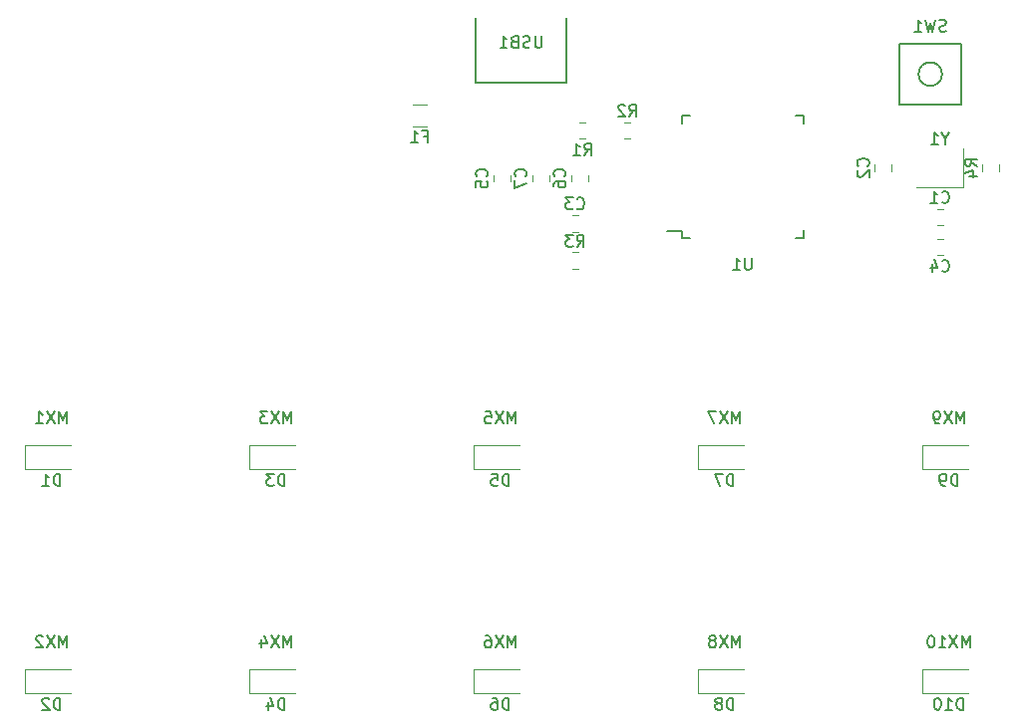
<source format=gbr>
G04 #@! TF.GenerationSoftware,KiCad,Pcbnew,(5.1.5)-3*
G04 #@! TF.CreationDate,2020-04-08T16:54:26+08:00*
G04 #@! TF.ProjectId,KaChi-Juu Macropad,4b614368-692d-44a7-9575-204d6163726f,rev?*
G04 #@! TF.SameCoordinates,Original*
G04 #@! TF.FileFunction,Legend,Bot*
G04 #@! TF.FilePolarity,Positive*
%FSLAX46Y46*%
G04 Gerber Fmt 4.6, Leading zero omitted, Abs format (unit mm)*
G04 Created by KiCad (PCBNEW (5.1.5)-3) date 2020-04-08 16:54:26*
%MOMM*%
%LPD*%
G04 APERTURE LIST*
%ADD10C,0.120000*%
%ADD11C,0.150000*%
G04 APERTURE END LIST*
D10*
X150431250Y-32606250D02*
X146431250Y-32606250D01*
X150431250Y-29306250D02*
X150431250Y-32606250D01*
D11*
X109053000Y-18288000D02*
X109053000Y-23738000D01*
X116753000Y-18288000D02*
X116753000Y-23738000D01*
X109053000Y-23738000D02*
X116753000Y-23738000D01*
X126524000Y-36350000D02*
X125249000Y-36350000D01*
X136874000Y-36925000D02*
X136199000Y-36925000D01*
X136874000Y-26575000D02*
X136199000Y-26575000D01*
X126524000Y-26575000D02*
X127199000Y-26575000D01*
X126524000Y-36925000D02*
X127199000Y-36925000D01*
X126524000Y-26575000D02*
X126524000Y-27250000D01*
X136874000Y-26575000D02*
X136874000Y-27250000D01*
X136874000Y-36925000D02*
X136874000Y-36250000D01*
X126524000Y-36925000D02*
X126524000Y-36350000D01*
X145037500Y-25618750D02*
X150237500Y-25618750D01*
X150237500Y-25618750D02*
X150237500Y-20418750D01*
X150237500Y-20418750D02*
X145037500Y-20418750D01*
X145037500Y-20418750D02*
X145037500Y-25618750D01*
X148637500Y-23018750D02*
G75*
G03X148637500Y-23018750I-1000000J0D01*
G01*
D10*
X153491000Y-30729422D02*
X153491000Y-31246578D01*
X152071000Y-30729422D02*
X152071000Y-31246578D01*
X117733578Y-39603750D02*
X117216422Y-39603750D01*
X117733578Y-38183750D02*
X117216422Y-38183750D01*
X122178578Y-28523000D02*
X121661422Y-28523000D01*
X122178578Y-27103000D02*
X121661422Y-27103000D01*
X117851422Y-27103000D02*
X118368578Y-27103000D01*
X117851422Y-28523000D02*
X118368578Y-28523000D01*
X103664936Y-25633000D02*
X104869064Y-25633000D01*
X103664936Y-27453000D02*
X104869064Y-27453000D01*
X146975000Y-75612500D02*
X150875000Y-75612500D01*
X146975000Y-73612500D02*
X150875000Y-73612500D01*
X146975000Y-75612500D02*
X146975000Y-73612500D01*
X146975000Y-56562500D02*
X150875000Y-56562500D01*
X146975000Y-54562500D02*
X150875000Y-54562500D01*
X146975000Y-56562500D02*
X146975000Y-54562500D01*
X127925000Y-75612500D02*
X131825000Y-75612500D01*
X127925000Y-73612500D02*
X131825000Y-73612500D01*
X127925000Y-75612500D02*
X127925000Y-73612500D01*
X127925000Y-56562500D02*
X131825000Y-56562500D01*
X127925000Y-54562500D02*
X131825000Y-54562500D01*
X127925000Y-56562500D02*
X127925000Y-54562500D01*
X108875000Y-75612500D02*
X112775000Y-75612500D01*
X108875000Y-73612500D02*
X112775000Y-73612500D01*
X108875000Y-75612500D02*
X108875000Y-73612500D01*
X108875000Y-56562500D02*
X112775000Y-56562500D01*
X108875000Y-54562500D02*
X112775000Y-54562500D01*
X108875000Y-56562500D02*
X108875000Y-54562500D01*
X89825000Y-75612500D02*
X93725000Y-75612500D01*
X89825000Y-73612500D02*
X93725000Y-73612500D01*
X89825000Y-75612500D02*
X89825000Y-73612500D01*
X89825000Y-56562500D02*
X93725000Y-56562500D01*
X89825000Y-54562500D02*
X93725000Y-54562500D01*
X89825000Y-56562500D02*
X89825000Y-54562500D01*
X70775000Y-75612500D02*
X74675000Y-75612500D01*
X70775000Y-73612500D02*
X74675000Y-73612500D01*
X70775000Y-75612500D02*
X70775000Y-73612500D01*
X70775000Y-56562500D02*
X74675000Y-56562500D01*
X70775000Y-54562500D02*
X74675000Y-54562500D01*
X70775000Y-56562500D02*
X70775000Y-54562500D01*
X115264000Y-31618422D02*
X115264000Y-32135578D01*
X113844000Y-31618422D02*
X113844000Y-32135578D01*
X118566000Y-31618422D02*
X118566000Y-32135578D01*
X117146000Y-31618422D02*
X117146000Y-32135578D01*
X111962000Y-31618422D02*
X111962000Y-32135578D01*
X110542000Y-31618422D02*
X110542000Y-32135578D01*
X148204422Y-37009000D02*
X148721578Y-37009000D01*
X148204422Y-38429000D02*
X148721578Y-38429000D01*
X117733578Y-36428750D02*
X117216422Y-36428750D01*
X117733578Y-35008750D02*
X117216422Y-35008750D01*
X144347000Y-30729422D02*
X144347000Y-31246578D01*
X142927000Y-30729422D02*
X142927000Y-31246578D01*
X148721578Y-35889000D02*
X148204422Y-35889000D01*
X148721578Y-34469000D02*
X148204422Y-34469000D01*
D11*
X148907440Y-28482440D02*
X148907440Y-28958630D01*
X149240773Y-27958630D02*
X148907440Y-28482440D01*
X148574107Y-27958630D01*
X147716964Y-28958630D02*
X148288392Y-28958630D01*
X148002678Y-28958630D02*
X148002678Y-27958630D01*
X148097916Y-28101488D01*
X148193154Y-28196726D01*
X148288392Y-28244345D01*
X114641095Y-19772380D02*
X114641095Y-20581904D01*
X114593476Y-20677142D01*
X114545857Y-20724761D01*
X114450619Y-20772380D01*
X114260142Y-20772380D01*
X114164904Y-20724761D01*
X114117285Y-20677142D01*
X114069666Y-20581904D01*
X114069666Y-19772380D01*
X113641095Y-20724761D02*
X113498238Y-20772380D01*
X113260142Y-20772380D01*
X113164904Y-20724761D01*
X113117285Y-20677142D01*
X113069666Y-20581904D01*
X113069666Y-20486666D01*
X113117285Y-20391428D01*
X113164904Y-20343809D01*
X113260142Y-20296190D01*
X113450619Y-20248571D01*
X113545857Y-20200952D01*
X113593476Y-20153333D01*
X113641095Y-20058095D01*
X113641095Y-19962857D01*
X113593476Y-19867619D01*
X113545857Y-19820000D01*
X113450619Y-19772380D01*
X113212523Y-19772380D01*
X113069666Y-19820000D01*
X112307761Y-20248571D02*
X112164904Y-20296190D01*
X112117285Y-20343809D01*
X112069666Y-20439047D01*
X112069666Y-20581904D01*
X112117285Y-20677142D01*
X112164904Y-20724761D01*
X112260142Y-20772380D01*
X112641095Y-20772380D01*
X112641095Y-19772380D01*
X112307761Y-19772380D01*
X112212523Y-19820000D01*
X112164904Y-19867619D01*
X112117285Y-19962857D01*
X112117285Y-20058095D01*
X112164904Y-20153333D01*
X112212523Y-20200952D01*
X112307761Y-20248571D01*
X112641095Y-20248571D01*
X111117285Y-20772380D02*
X111688714Y-20772380D01*
X111403000Y-20772380D02*
X111403000Y-19772380D01*
X111498238Y-19915238D01*
X111593476Y-20010476D01*
X111688714Y-20058095D01*
X132460904Y-38652380D02*
X132460904Y-39461904D01*
X132413285Y-39557142D01*
X132365666Y-39604761D01*
X132270428Y-39652380D01*
X132079952Y-39652380D01*
X131984714Y-39604761D01*
X131937095Y-39557142D01*
X131889476Y-39461904D01*
X131889476Y-38652380D01*
X130889476Y-39652380D02*
X131460904Y-39652380D01*
X131175190Y-39652380D02*
X131175190Y-38652380D01*
X131270428Y-38795238D01*
X131365666Y-38890476D01*
X131460904Y-38938095D01*
X148970833Y-19359511D02*
X148827976Y-19407130D01*
X148589880Y-19407130D01*
X148494642Y-19359511D01*
X148447023Y-19311892D01*
X148399404Y-19216654D01*
X148399404Y-19121416D01*
X148447023Y-19026178D01*
X148494642Y-18978559D01*
X148589880Y-18930940D01*
X148780357Y-18883321D01*
X148875595Y-18835702D01*
X148923214Y-18788083D01*
X148970833Y-18692845D01*
X148970833Y-18597607D01*
X148923214Y-18502369D01*
X148875595Y-18454750D01*
X148780357Y-18407130D01*
X148542261Y-18407130D01*
X148399404Y-18454750D01*
X148066071Y-18407130D02*
X147827976Y-19407130D01*
X147637500Y-18692845D01*
X147447023Y-19407130D01*
X147208928Y-18407130D01*
X146304166Y-19407130D02*
X146875595Y-19407130D01*
X146589880Y-19407130D02*
X146589880Y-18407130D01*
X146685119Y-18549988D01*
X146780357Y-18645226D01*
X146875595Y-18692845D01*
X151583380Y-30821333D02*
X151107190Y-30488000D01*
X151583380Y-30249904D02*
X150583380Y-30249904D01*
X150583380Y-30630857D01*
X150631000Y-30726095D01*
X150678619Y-30773714D01*
X150773857Y-30821333D01*
X150916714Y-30821333D01*
X151011952Y-30773714D01*
X151059571Y-30726095D01*
X151107190Y-30630857D01*
X151107190Y-30249904D01*
X150916714Y-31678476D02*
X151583380Y-31678476D01*
X150535761Y-31440380D02*
X151250047Y-31202285D01*
X151250047Y-31821333D01*
X117641666Y-37696130D02*
X117975000Y-37219940D01*
X118213095Y-37696130D02*
X118213095Y-36696130D01*
X117832142Y-36696130D01*
X117736904Y-36743750D01*
X117689285Y-36791369D01*
X117641666Y-36886607D01*
X117641666Y-37029464D01*
X117689285Y-37124702D01*
X117736904Y-37172321D01*
X117832142Y-37219940D01*
X118213095Y-37219940D01*
X117308333Y-36696130D02*
X116689285Y-36696130D01*
X117022619Y-37077083D01*
X116879761Y-37077083D01*
X116784523Y-37124702D01*
X116736904Y-37172321D01*
X116689285Y-37267559D01*
X116689285Y-37505654D01*
X116736904Y-37600892D01*
X116784523Y-37648511D01*
X116879761Y-37696130D01*
X117165476Y-37696130D01*
X117260714Y-37648511D01*
X117308333Y-37600892D01*
X122086666Y-26615380D02*
X122420000Y-26139190D01*
X122658095Y-26615380D02*
X122658095Y-25615380D01*
X122277142Y-25615380D01*
X122181904Y-25663000D01*
X122134285Y-25710619D01*
X122086666Y-25805857D01*
X122086666Y-25948714D01*
X122134285Y-26043952D01*
X122181904Y-26091571D01*
X122277142Y-26139190D01*
X122658095Y-26139190D01*
X121705714Y-25710619D02*
X121658095Y-25663000D01*
X121562857Y-25615380D01*
X121324761Y-25615380D01*
X121229523Y-25663000D01*
X121181904Y-25710619D01*
X121134285Y-25805857D01*
X121134285Y-25901095D01*
X121181904Y-26043952D01*
X121753333Y-26615380D01*
X121134285Y-26615380D01*
X118276666Y-29915380D02*
X118610000Y-29439190D01*
X118848095Y-29915380D02*
X118848095Y-28915380D01*
X118467142Y-28915380D01*
X118371904Y-28963000D01*
X118324285Y-29010619D01*
X118276666Y-29105857D01*
X118276666Y-29248714D01*
X118324285Y-29343952D01*
X118371904Y-29391571D01*
X118467142Y-29439190D01*
X118848095Y-29439190D01*
X117324285Y-29915380D02*
X117895714Y-29915380D01*
X117610000Y-29915380D02*
X117610000Y-28915380D01*
X117705238Y-29058238D01*
X117800476Y-29153476D01*
X117895714Y-29201095D01*
X150986904Y-71762880D02*
X150986904Y-70762880D01*
X150653571Y-71477166D01*
X150320238Y-70762880D01*
X150320238Y-71762880D01*
X149939285Y-70762880D02*
X149272619Y-71762880D01*
X149272619Y-70762880D02*
X149939285Y-71762880D01*
X148367857Y-71762880D02*
X148939285Y-71762880D01*
X148653571Y-71762880D02*
X148653571Y-70762880D01*
X148748809Y-70905738D01*
X148844047Y-71000976D01*
X148939285Y-71048595D01*
X147748809Y-70762880D02*
X147653571Y-70762880D01*
X147558333Y-70810500D01*
X147510714Y-70858119D01*
X147463095Y-70953357D01*
X147415476Y-71143833D01*
X147415476Y-71381928D01*
X147463095Y-71572404D01*
X147510714Y-71667642D01*
X147558333Y-71715261D01*
X147653571Y-71762880D01*
X147748809Y-71762880D01*
X147844047Y-71715261D01*
X147891666Y-71667642D01*
X147939285Y-71572404D01*
X147986904Y-71381928D01*
X147986904Y-71143833D01*
X147939285Y-70953357D01*
X147891666Y-70858119D01*
X147844047Y-70810500D01*
X147748809Y-70762880D01*
X150510714Y-52712880D02*
X150510714Y-51712880D01*
X150177380Y-52427166D01*
X149844047Y-51712880D01*
X149844047Y-52712880D01*
X149463095Y-51712880D02*
X148796428Y-52712880D01*
X148796428Y-51712880D02*
X149463095Y-52712880D01*
X148367857Y-52712880D02*
X148177380Y-52712880D01*
X148082142Y-52665261D01*
X148034523Y-52617642D01*
X147939285Y-52474785D01*
X147891666Y-52284309D01*
X147891666Y-51903357D01*
X147939285Y-51808119D01*
X147986904Y-51760500D01*
X148082142Y-51712880D01*
X148272619Y-51712880D01*
X148367857Y-51760500D01*
X148415476Y-51808119D01*
X148463095Y-51903357D01*
X148463095Y-52141452D01*
X148415476Y-52236690D01*
X148367857Y-52284309D01*
X148272619Y-52331928D01*
X148082142Y-52331928D01*
X147986904Y-52284309D01*
X147939285Y-52236690D01*
X147891666Y-52141452D01*
X131460714Y-71762880D02*
X131460714Y-70762880D01*
X131127380Y-71477166D01*
X130794047Y-70762880D01*
X130794047Y-71762880D01*
X130413095Y-70762880D02*
X129746428Y-71762880D01*
X129746428Y-70762880D02*
X130413095Y-71762880D01*
X129222619Y-71191452D02*
X129317857Y-71143833D01*
X129365476Y-71096214D01*
X129413095Y-71000976D01*
X129413095Y-70953357D01*
X129365476Y-70858119D01*
X129317857Y-70810500D01*
X129222619Y-70762880D01*
X129032142Y-70762880D01*
X128936904Y-70810500D01*
X128889285Y-70858119D01*
X128841666Y-70953357D01*
X128841666Y-71000976D01*
X128889285Y-71096214D01*
X128936904Y-71143833D01*
X129032142Y-71191452D01*
X129222619Y-71191452D01*
X129317857Y-71239071D01*
X129365476Y-71286690D01*
X129413095Y-71381928D01*
X129413095Y-71572404D01*
X129365476Y-71667642D01*
X129317857Y-71715261D01*
X129222619Y-71762880D01*
X129032142Y-71762880D01*
X128936904Y-71715261D01*
X128889285Y-71667642D01*
X128841666Y-71572404D01*
X128841666Y-71381928D01*
X128889285Y-71286690D01*
X128936904Y-71239071D01*
X129032142Y-71191452D01*
X131460714Y-52712880D02*
X131460714Y-51712880D01*
X131127380Y-52427166D01*
X130794047Y-51712880D01*
X130794047Y-52712880D01*
X130413095Y-51712880D02*
X129746428Y-52712880D01*
X129746428Y-51712880D02*
X130413095Y-52712880D01*
X129460714Y-51712880D02*
X128794047Y-51712880D01*
X129222619Y-52712880D01*
X112410714Y-71762880D02*
X112410714Y-70762880D01*
X112077380Y-71477166D01*
X111744047Y-70762880D01*
X111744047Y-71762880D01*
X111363095Y-70762880D02*
X110696428Y-71762880D01*
X110696428Y-70762880D02*
X111363095Y-71762880D01*
X109886904Y-70762880D02*
X110077380Y-70762880D01*
X110172619Y-70810500D01*
X110220238Y-70858119D01*
X110315476Y-71000976D01*
X110363095Y-71191452D01*
X110363095Y-71572404D01*
X110315476Y-71667642D01*
X110267857Y-71715261D01*
X110172619Y-71762880D01*
X109982142Y-71762880D01*
X109886904Y-71715261D01*
X109839285Y-71667642D01*
X109791666Y-71572404D01*
X109791666Y-71334309D01*
X109839285Y-71239071D01*
X109886904Y-71191452D01*
X109982142Y-71143833D01*
X110172619Y-71143833D01*
X110267857Y-71191452D01*
X110315476Y-71239071D01*
X110363095Y-71334309D01*
X112410714Y-52712880D02*
X112410714Y-51712880D01*
X112077380Y-52427166D01*
X111744047Y-51712880D01*
X111744047Y-52712880D01*
X111363095Y-51712880D02*
X110696428Y-52712880D01*
X110696428Y-51712880D02*
X111363095Y-52712880D01*
X109839285Y-51712880D02*
X110315476Y-51712880D01*
X110363095Y-52189071D01*
X110315476Y-52141452D01*
X110220238Y-52093833D01*
X109982142Y-52093833D01*
X109886904Y-52141452D01*
X109839285Y-52189071D01*
X109791666Y-52284309D01*
X109791666Y-52522404D01*
X109839285Y-52617642D01*
X109886904Y-52665261D01*
X109982142Y-52712880D01*
X110220238Y-52712880D01*
X110315476Y-52665261D01*
X110363095Y-52617642D01*
X93360714Y-71762880D02*
X93360714Y-70762880D01*
X93027380Y-71477166D01*
X92694047Y-70762880D01*
X92694047Y-71762880D01*
X92313095Y-70762880D02*
X91646428Y-71762880D01*
X91646428Y-70762880D02*
X92313095Y-71762880D01*
X90836904Y-71096214D02*
X90836904Y-71762880D01*
X91075000Y-70715261D02*
X91313095Y-71429547D01*
X90694047Y-71429547D01*
X93360714Y-52712880D02*
X93360714Y-51712880D01*
X93027380Y-52427166D01*
X92694047Y-51712880D01*
X92694047Y-52712880D01*
X92313095Y-51712880D02*
X91646428Y-52712880D01*
X91646428Y-51712880D02*
X92313095Y-52712880D01*
X91360714Y-51712880D02*
X90741666Y-51712880D01*
X91075000Y-52093833D01*
X90932142Y-52093833D01*
X90836904Y-52141452D01*
X90789285Y-52189071D01*
X90741666Y-52284309D01*
X90741666Y-52522404D01*
X90789285Y-52617642D01*
X90836904Y-52665261D01*
X90932142Y-52712880D01*
X91217857Y-52712880D01*
X91313095Y-52665261D01*
X91360714Y-52617642D01*
X74310714Y-71762880D02*
X74310714Y-70762880D01*
X73977380Y-71477166D01*
X73644047Y-70762880D01*
X73644047Y-71762880D01*
X73263095Y-70762880D02*
X72596428Y-71762880D01*
X72596428Y-70762880D02*
X73263095Y-71762880D01*
X72263095Y-70858119D02*
X72215476Y-70810500D01*
X72120238Y-70762880D01*
X71882142Y-70762880D01*
X71786904Y-70810500D01*
X71739285Y-70858119D01*
X71691666Y-70953357D01*
X71691666Y-71048595D01*
X71739285Y-71191452D01*
X72310714Y-71762880D01*
X71691666Y-71762880D01*
X74310714Y-52712880D02*
X74310714Y-51712880D01*
X73977380Y-52427166D01*
X73644047Y-51712880D01*
X73644047Y-52712880D01*
X73263095Y-51712880D02*
X72596428Y-52712880D01*
X72596428Y-51712880D02*
X73263095Y-52712880D01*
X71691666Y-52712880D02*
X72263095Y-52712880D01*
X71977380Y-52712880D02*
X71977380Y-51712880D01*
X72072619Y-51855738D01*
X72167857Y-51950976D01*
X72263095Y-51998595D01*
X104600333Y-28291571D02*
X104933666Y-28291571D01*
X104933666Y-28815380D02*
X104933666Y-27815380D01*
X104457476Y-27815380D01*
X103552714Y-28815380D02*
X104124142Y-28815380D01*
X103838428Y-28815380D02*
X103838428Y-27815380D01*
X103933666Y-27958238D01*
X104028904Y-28053476D01*
X104124142Y-28101095D01*
X150439285Y-77064880D02*
X150439285Y-76064880D01*
X150201190Y-76064880D01*
X150058333Y-76112500D01*
X149963095Y-76207738D01*
X149915476Y-76302976D01*
X149867857Y-76493452D01*
X149867857Y-76636309D01*
X149915476Y-76826785D01*
X149963095Y-76922023D01*
X150058333Y-77017261D01*
X150201190Y-77064880D01*
X150439285Y-77064880D01*
X148915476Y-77064880D02*
X149486904Y-77064880D01*
X149201190Y-77064880D02*
X149201190Y-76064880D01*
X149296428Y-76207738D01*
X149391666Y-76302976D01*
X149486904Y-76350595D01*
X148296428Y-76064880D02*
X148201190Y-76064880D01*
X148105952Y-76112500D01*
X148058333Y-76160119D01*
X148010714Y-76255357D01*
X147963095Y-76445833D01*
X147963095Y-76683928D01*
X148010714Y-76874404D01*
X148058333Y-76969642D01*
X148105952Y-77017261D01*
X148201190Y-77064880D01*
X148296428Y-77064880D01*
X148391666Y-77017261D01*
X148439285Y-76969642D01*
X148486904Y-76874404D01*
X148534523Y-76683928D01*
X148534523Y-76445833D01*
X148486904Y-76255357D01*
X148439285Y-76160119D01*
X148391666Y-76112500D01*
X148296428Y-76064880D01*
X149963095Y-58014880D02*
X149963095Y-57014880D01*
X149725000Y-57014880D01*
X149582142Y-57062500D01*
X149486904Y-57157738D01*
X149439285Y-57252976D01*
X149391666Y-57443452D01*
X149391666Y-57586309D01*
X149439285Y-57776785D01*
X149486904Y-57872023D01*
X149582142Y-57967261D01*
X149725000Y-58014880D01*
X149963095Y-58014880D01*
X148915476Y-58014880D02*
X148725000Y-58014880D01*
X148629761Y-57967261D01*
X148582142Y-57919642D01*
X148486904Y-57776785D01*
X148439285Y-57586309D01*
X148439285Y-57205357D01*
X148486904Y-57110119D01*
X148534523Y-57062500D01*
X148629761Y-57014880D01*
X148820238Y-57014880D01*
X148915476Y-57062500D01*
X148963095Y-57110119D01*
X149010714Y-57205357D01*
X149010714Y-57443452D01*
X148963095Y-57538690D01*
X148915476Y-57586309D01*
X148820238Y-57633928D01*
X148629761Y-57633928D01*
X148534523Y-57586309D01*
X148486904Y-57538690D01*
X148439285Y-57443452D01*
X130913095Y-77064880D02*
X130913095Y-76064880D01*
X130675000Y-76064880D01*
X130532142Y-76112500D01*
X130436904Y-76207738D01*
X130389285Y-76302976D01*
X130341666Y-76493452D01*
X130341666Y-76636309D01*
X130389285Y-76826785D01*
X130436904Y-76922023D01*
X130532142Y-77017261D01*
X130675000Y-77064880D01*
X130913095Y-77064880D01*
X129770238Y-76493452D02*
X129865476Y-76445833D01*
X129913095Y-76398214D01*
X129960714Y-76302976D01*
X129960714Y-76255357D01*
X129913095Y-76160119D01*
X129865476Y-76112500D01*
X129770238Y-76064880D01*
X129579761Y-76064880D01*
X129484523Y-76112500D01*
X129436904Y-76160119D01*
X129389285Y-76255357D01*
X129389285Y-76302976D01*
X129436904Y-76398214D01*
X129484523Y-76445833D01*
X129579761Y-76493452D01*
X129770238Y-76493452D01*
X129865476Y-76541071D01*
X129913095Y-76588690D01*
X129960714Y-76683928D01*
X129960714Y-76874404D01*
X129913095Y-76969642D01*
X129865476Y-77017261D01*
X129770238Y-77064880D01*
X129579761Y-77064880D01*
X129484523Y-77017261D01*
X129436904Y-76969642D01*
X129389285Y-76874404D01*
X129389285Y-76683928D01*
X129436904Y-76588690D01*
X129484523Y-76541071D01*
X129579761Y-76493452D01*
X130913095Y-58014880D02*
X130913095Y-57014880D01*
X130675000Y-57014880D01*
X130532142Y-57062500D01*
X130436904Y-57157738D01*
X130389285Y-57252976D01*
X130341666Y-57443452D01*
X130341666Y-57586309D01*
X130389285Y-57776785D01*
X130436904Y-57872023D01*
X130532142Y-57967261D01*
X130675000Y-58014880D01*
X130913095Y-58014880D01*
X130008333Y-57014880D02*
X129341666Y-57014880D01*
X129770238Y-58014880D01*
X111863095Y-77064880D02*
X111863095Y-76064880D01*
X111625000Y-76064880D01*
X111482142Y-76112500D01*
X111386904Y-76207738D01*
X111339285Y-76302976D01*
X111291666Y-76493452D01*
X111291666Y-76636309D01*
X111339285Y-76826785D01*
X111386904Y-76922023D01*
X111482142Y-77017261D01*
X111625000Y-77064880D01*
X111863095Y-77064880D01*
X110434523Y-76064880D02*
X110625000Y-76064880D01*
X110720238Y-76112500D01*
X110767857Y-76160119D01*
X110863095Y-76302976D01*
X110910714Y-76493452D01*
X110910714Y-76874404D01*
X110863095Y-76969642D01*
X110815476Y-77017261D01*
X110720238Y-77064880D01*
X110529761Y-77064880D01*
X110434523Y-77017261D01*
X110386904Y-76969642D01*
X110339285Y-76874404D01*
X110339285Y-76636309D01*
X110386904Y-76541071D01*
X110434523Y-76493452D01*
X110529761Y-76445833D01*
X110720238Y-76445833D01*
X110815476Y-76493452D01*
X110863095Y-76541071D01*
X110910714Y-76636309D01*
X111863095Y-58014880D02*
X111863095Y-57014880D01*
X111625000Y-57014880D01*
X111482142Y-57062500D01*
X111386904Y-57157738D01*
X111339285Y-57252976D01*
X111291666Y-57443452D01*
X111291666Y-57586309D01*
X111339285Y-57776785D01*
X111386904Y-57872023D01*
X111482142Y-57967261D01*
X111625000Y-58014880D01*
X111863095Y-58014880D01*
X110386904Y-57014880D02*
X110863095Y-57014880D01*
X110910714Y-57491071D01*
X110863095Y-57443452D01*
X110767857Y-57395833D01*
X110529761Y-57395833D01*
X110434523Y-57443452D01*
X110386904Y-57491071D01*
X110339285Y-57586309D01*
X110339285Y-57824404D01*
X110386904Y-57919642D01*
X110434523Y-57967261D01*
X110529761Y-58014880D01*
X110767857Y-58014880D01*
X110863095Y-57967261D01*
X110910714Y-57919642D01*
X92813095Y-77064880D02*
X92813095Y-76064880D01*
X92575000Y-76064880D01*
X92432142Y-76112500D01*
X92336904Y-76207738D01*
X92289285Y-76302976D01*
X92241666Y-76493452D01*
X92241666Y-76636309D01*
X92289285Y-76826785D01*
X92336904Y-76922023D01*
X92432142Y-77017261D01*
X92575000Y-77064880D01*
X92813095Y-77064880D01*
X91384523Y-76398214D02*
X91384523Y-77064880D01*
X91622619Y-76017261D02*
X91860714Y-76731547D01*
X91241666Y-76731547D01*
X92813095Y-58014880D02*
X92813095Y-57014880D01*
X92575000Y-57014880D01*
X92432142Y-57062500D01*
X92336904Y-57157738D01*
X92289285Y-57252976D01*
X92241666Y-57443452D01*
X92241666Y-57586309D01*
X92289285Y-57776785D01*
X92336904Y-57872023D01*
X92432142Y-57967261D01*
X92575000Y-58014880D01*
X92813095Y-58014880D01*
X91908333Y-57014880D02*
X91289285Y-57014880D01*
X91622619Y-57395833D01*
X91479761Y-57395833D01*
X91384523Y-57443452D01*
X91336904Y-57491071D01*
X91289285Y-57586309D01*
X91289285Y-57824404D01*
X91336904Y-57919642D01*
X91384523Y-57967261D01*
X91479761Y-58014880D01*
X91765476Y-58014880D01*
X91860714Y-57967261D01*
X91908333Y-57919642D01*
X73763095Y-77064880D02*
X73763095Y-76064880D01*
X73525000Y-76064880D01*
X73382142Y-76112500D01*
X73286904Y-76207738D01*
X73239285Y-76302976D01*
X73191666Y-76493452D01*
X73191666Y-76636309D01*
X73239285Y-76826785D01*
X73286904Y-76922023D01*
X73382142Y-77017261D01*
X73525000Y-77064880D01*
X73763095Y-77064880D01*
X72810714Y-76160119D02*
X72763095Y-76112500D01*
X72667857Y-76064880D01*
X72429761Y-76064880D01*
X72334523Y-76112500D01*
X72286904Y-76160119D01*
X72239285Y-76255357D01*
X72239285Y-76350595D01*
X72286904Y-76493452D01*
X72858333Y-77064880D01*
X72239285Y-77064880D01*
X73763095Y-58014880D02*
X73763095Y-57014880D01*
X73525000Y-57014880D01*
X73382142Y-57062500D01*
X73286904Y-57157738D01*
X73239285Y-57252976D01*
X73191666Y-57443452D01*
X73191666Y-57586309D01*
X73239285Y-57776785D01*
X73286904Y-57872023D01*
X73382142Y-57967261D01*
X73525000Y-58014880D01*
X73763095Y-58014880D01*
X72239285Y-58014880D02*
X72810714Y-58014880D01*
X72525000Y-58014880D02*
X72525000Y-57014880D01*
X72620238Y-57157738D01*
X72715476Y-57252976D01*
X72810714Y-57300595D01*
X113261142Y-31710333D02*
X113308761Y-31662714D01*
X113356380Y-31519857D01*
X113356380Y-31424619D01*
X113308761Y-31281761D01*
X113213523Y-31186523D01*
X113118285Y-31138904D01*
X112927809Y-31091285D01*
X112784952Y-31091285D01*
X112594476Y-31138904D01*
X112499238Y-31186523D01*
X112404000Y-31281761D01*
X112356380Y-31424619D01*
X112356380Y-31519857D01*
X112404000Y-31662714D01*
X112451619Y-31710333D01*
X112356380Y-32043666D02*
X112356380Y-32710333D01*
X113356380Y-32281761D01*
X116563142Y-31710333D02*
X116610761Y-31662714D01*
X116658380Y-31519857D01*
X116658380Y-31424619D01*
X116610761Y-31281761D01*
X116515523Y-31186523D01*
X116420285Y-31138904D01*
X116229809Y-31091285D01*
X116086952Y-31091285D01*
X115896476Y-31138904D01*
X115801238Y-31186523D01*
X115706000Y-31281761D01*
X115658380Y-31424619D01*
X115658380Y-31519857D01*
X115706000Y-31662714D01*
X115753619Y-31710333D01*
X115658380Y-32567476D02*
X115658380Y-32377000D01*
X115706000Y-32281761D01*
X115753619Y-32234142D01*
X115896476Y-32138904D01*
X116086952Y-32091285D01*
X116467904Y-32091285D01*
X116563142Y-32138904D01*
X116610761Y-32186523D01*
X116658380Y-32281761D01*
X116658380Y-32472238D01*
X116610761Y-32567476D01*
X116563142Y-32615095D01*
X116467904Y-32662714D01*
X116229809Y-32662714D01*
X116134571Y-32615095D01*
X116086952Y-32567476D01*
X116039333Y-32472238D01*
X116039333Y-32281761D01*
X116086952Y-32186523D01*
X116134571Y-32138904D01*
X116229809Y-32091285D01*
X109959142Y-31710333D02*
X110006761Y-31662714D01*
X110054380Y-31519857D01*
X110054380Y-31424619D01*
X110006761Y-31281761D01*
X109911523Y-31186523D01*
X109816285Y-31138904D01*
X109625809Y-31091285D01*
X109482952Y-31091285D01*
X109292476Y-31138904D01*
X109197238Y-31186523D01*
X109102000Y-31281761D01*
X109054380Y-31424619D01*
X109054380Y-31519857D01*
X109102000Y-31662714D01*
X109149619Y-31710333D01*
X109054380Y-32615095D02*
X109054380Y-32138904D01*
X109530571Y-32091285D01*
X109482952Y-32138904D01*
X109435333Y-32234142D01*
X109435333Y-32472238D01*
X109482952Y-32567476D01*
X109530571Y-32615095D01*
X109625809Y-32662714D01*
X109863904Y-32662714D01*
X109959142Y-32615095D01*
X110006761Y-32567476D01*
X110054380Y-32472238D01*
X110054380Y-32234142D01*
X110006761Y-32138904D01*
X109959142Y-32091285D01*
X148629666Y-39726142D02*
X148677285Y-39773761D01*
X148820142Y-39821380D01*
X148915380Y-39821380D01*
X149058238Y-39773761D01*
X149153476Y-39678523D01*
X149201095Y-39583285D01*
X149248714Y-39392809D01*
X149248714Y-39249952D01*
X149201095Y-39059476D01*
X149153476Y-38964238D01*
X149058238Y-38869000D01*
X148915380Y-38821380D01*
X148820142Y-38821380D01*
X148677285Y-38869000D01*
X148629666Y-38916619D01*
X147772523Y-39154714D02*
X147772523Y-39821380D01*
X148010619Y-38773761D02*
X148248714Y-39488047D01*
X147629666Y-39488047D01*
X117641666Y-34425892D02*
X117689285Y-34473511D01*
X117832142Y-34521130D01*
X117927380Y-34521130D01*
X118070238Y-34473511D01*
X118165476Y-34378273D01*
X118213095Y-34283035D01*
X118260714Y-34092559D01*
X118260714Y-33949702D01*
X118213095Y-33759226D01*
X118165476Y-33663988D01*
X118070238Y-33568750D01*
X117927380Y-33521130D01*
X117832142Y-33521130D01*
X117689285Y-33568750D01*
X117641666Y-33616369D01*
X117308333Y-33521130D02*
X116689285Y-33521130D01*
X117022619Y-33902083D01*
X116879761Y-33902083D01*
X116784523Y-33949702D01*
X116736904Y-33997321D01*
X116689285Y-34092559D01*
X116689285Y-34330654D01*
X116736904Y-34425892D01*
X116784523Y-34473511D01*
X116879761Y-34521130D01*
X117165476Y-34521130D01*
X117260714Y-34473511D01*
X117308333Y-34425892D01*
X142344142Y-30821333D02*
X142391761Y-30773714D01*
X142439380Y-30630857D01*
X142439380Y-30535619D01*
X142391761Y-30392761D01*
X142296523Y-30297523D01*
X142201285Y-30249904D01*
X142010809Y-30202285D01*
X141867952Y-30202285D01*
X141677476Y-30249904D01*
X141582238Y-30297523D01*
X141487000Y-30392761D01*
X141439380Y-30535619D01*
X141439380Y-30630857D01*
X141487000Y-30773714D01*
X141534619Y-30821333D01*
X141534619Y-31202285D02*
X141487000Y-31249904D01*
X141439380Y-31345142D01*
X141439380Y-31583238D01*
X141487000Y-31678476D01*
X141534619Y-31726095D01*
X141629857Y-31773714D01*
X141725095Y-31773714D01*
X141867952Y-31726095D01*
X142439380Y-31154666D01*
X142439380Y-31773714D01*
X148629666Y-33886142D02*
X148677285Y-33933761D01*
X148820142Y-33981380D01*
X148915380Y-33981380D01*
X149058238Y-33933761D01*
X149153476Y-33838523D01*
X149201095Y-33743285D01*
X149248714Y-33552809D01*
X149248714Y-33409952D01*
X149201095Y-33219476D01*
X149153476Y-33124238D01*
X149058238Y-33029000D01*
X148915380Y-32981380D01*
X148820142Y-32981380D01*
X148677285Y-33029000D01*
X148629666Y-33076619D01*
X147677285Y-33981380D02*
X148248714Y-33981380D01*
X147963000Y-33981380D02*
X147963000Y-32981380D01*
X148058238Y-33124238D01*
X148153476Y-33219476D01*
X148248714Y-33267095D01*
M02*

</source>
